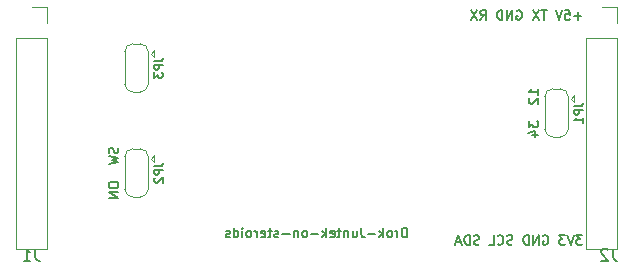
<source format=gbo>
G04 #@! TF.GenerationSoftware,KiCad,Pcbnew,(5.1.6-0-10_14)*
G04 #@! TF.CreationDate,2021-03-21T15:45:56+00:00*
G04 #@! TF.ProjectId,JuntetOnSteroidsTTGO,4a756e74-6574-44f6-9e53-7465726f6964,0.3*
G04 #@! TF.SameCoordinates,PX5faea10PY5734380*
G04 #@! TF.FileFunction,Legend,Bot*
G04 #@! TF.FilePolarity,Positive*
%FSLAX46Y46*%
G04 Gerber Fmt 4.6, Leading zero omitted, Abs format (unit mm)*
G04 Created by KiCad (PCBNEW (5.1.6-0-10_14)) date 2021-03-21 15:45:56*
%MOMM*%
%LPD*%
G01*
G04 APERTURE LIST*
%ADD10C,0.150000*%
%ADD11C,0.120000*%
G04 APERTURE END LIST*
D10*
X46081904Y17398810D02*
X46081904Y17855953D01*
X46081904Y17627381D02*
X45281904Y17627381D01*
X45396190Y17703572D01*
X45472380Y17779762D01*
X45510476Y17855953D01*
X45358095Y17094048D02*
X45320000Y17055953D01*
X45281904Y16979762D01*
X45281904Y16789286D01*
X45320000Y16713096D01*
X45358095Y16675000D01*
X45434285Y16636905D01*
X45510476Y16636905D01*
X45624761Y16675000D01*
X46081904Y17132143D01*
X46081904Y16636905D01*
X45281904Y15151191D02*
X45281904Y14655953D01*
X45586666Y14922620D01*
X45586666Y14808334D01*
X45624761Y14732143D01*
X45662857Y14694048D01*
X45739047Y14655953D01*
X45929523Y14655953D01*
X46005714Y14694048D01*
X46043809Y14732143D01*
X46081904Y14808334D01*
X46081904Y15036905D01*
X46043809Y15113096D01*
X46005714Y15151191D01*
X45548571Y13970239D02*
X46081904Y13970239D01*
X45243809Y14160715D02*
X45815238Y14351191D01*
X45815238Y13855953D01*
X10483809Y12928334D02*
X10521904Y12814048D01*
X10521904Y12623572D01*
X10483809Y12547381D01*
X10445714Y12509286D01*
X10369523Y12471191D01*
X10293333Y12471191D01*
X10217142Y12509286D01*
X10179047Y12547381D01*
X10140952Y12623572D01*
X10102857Y12775953D01*
X10064761Y12852143D01*
X10026666Y12890239D01*
X9950476Y12928334D01*
X9874285Y12928334D01*
X9798095Y12890239D01*
X9760000Y12852143D01*
X9721904Y12775953D01*
X9721904Y12585477D01*
X9760000Y12471191D01*
X9721904Y12204524D02*
X10521904Y12014048D01*
X9950476Y11861667D01*
X10521904Y11709286D01*
X9721904Y11518810D01*
X9721904Y9842620D02*
X9721904Y9690239D01*
X9760000Y9614048D01*
X9836190Y9537858D01*
X9988571Y9499762D01*
X10255238Y9499762D01*
X10407619Y9537858D01*
X10483809Y9614048D01*
X10521904Y9690239D01*
X10521904Y9842620D01*
X10483809Y9918810D01*
X10407619Y9995000D01*
X10255238Y10033096D01*
X9988571Y10033096D01*
X9836190Y9995000D01*
X9760000Y9918810D01*
X9721904Y9842620D01*
X10521904Y9156905D02*
X9721904Y9156905D01*
X10521904Y8699762D01*
X9721904Y8699762D01*
X49802380Y5518096D02*
X49307142Y5518096D01*
X49573809Y5213334D01*
X49459523Y5213334D01*
X49383333Y5175239D01*
X49345238Y5137143D01*
X49307142Y5060953D01*
X49307142Y4870477D01*
X49345238Y4794286D01*
X49383333Y4756191D01*
X49459523Y4718096D01*
X49688095Y4718096D01*
X49764285Y4756191D01*
X49802380Y4794286D01*
X49078571Y5518096D02*
X48811904Y4718096D01*
X48545238Y5518096D01*
X48354761Y5518096D02*
X47859523Y5518096D01*
X48126190Y5213334D01*
X48011904Y5213334D01*
X47935714Y5175239D01*
X47897619Y5137143D01*
X47859523Y5060953D01*
X47859523Y4870477D01*
X47897619Y4794286D01*
X47935714Y4756191D01*
X48011904Y4718096D01*
X48240476Y4718096D01*
X48316666Y4756191D01*
X48354761Y4794286D01*
X46488095Y5480000D02*
X46564285Y5518096D01*
X46678571Y5518096D01*
X46792857Y5480000D01*
X46869047Y5403810D01*
X46907142Y5327620D01*
X46945238Y5175239D01*
X46945238Y5060953D01*
X46907142Y4908572D01*
X46869047Y4832381D01*
X46792857Y4756191D01*
X46678571Y4718096D01*
X46602380Y4718096D01*
X46488095Y4756191D01*
X46450000Y4794286D01*
X46450000Y5060953D01*
X46602380Y5060953D01*
X46107142Y4718096D02*
X46107142Y5518096D01*
X45650000Y4718096D01*
X45650000Y5518096D01*
X45269047Y4718096D02*
X45269047Y5518096D01*
X45078571Y5518096D01*
X44964285Y5480000D01*
X44888095Y5403810D01*
X44850000Y5327620D01*
X44811904Y5175239D01*
X44811904Y5060953D01*
X44850000Y4908572D01*
X44888095Y4832381D01*
X44964285Y4756191D01*
X45078571Y4718096D01*
X45269047Y4718096D01*
X43897619Y4756191D02*
X43783333Y4718096D01*
X43592857Y4718096D01*
X43516666Y4756191D01*
X43478571Y4794286D01*
X43440476Y4870477D01*
X43440476Y4946667D01*
X43478571Y5022858D01*
X43516666Y5060953D01*
X43592857Y5099048D01*
X43745238Y5137143D01*
X43821428Y5175239D01*
X43859523Y5213334D01*
X43897619Y5289524D01*
X43897619Y5365715D01*
X43859523Y5441905D01*
X43821428Y5480000D01*
X43745238Y5518096D01*
X43554761Y5518096D01*
X43440476Y5480000D01*
X42640476Y4794286D02*
X42678571Y4756191D01*
X42792857Y4718096D01*
X42869047Y4718096D01*
X42983333Y4756191D01*
X43059523Y4832381D01*
X43097619Y4908572D01*
X43135714Y5060953D01*
X43135714Y5175239D01*
X43097619Y5327620D01*
X43059523Y5403810D01*
X42983333Y5480000D01*
X42869047Y5518096D01*
X42792857Y5518096D01*
X42678571Y5480000D01*
X42640476Y5441905D01*
X41916666Y4718096D02*
X42297619Y4718096D01*
X42297619Y5518096D01*
X41078571Y4756191D02*
X40964285Y4718096D01*
X40773809Y4718096D01*
X40697619Y4756191D01*
X40659523Y4794286D01*
X40621428Y4870477D01*
X40621428Y4946667D01*
X40659523Y5022858D01*
X40697619Y5060953D01*
X40773809Y5099048D01*
X40926190Y5137143D01*
X41002380Y5175239D01*
X41040476Y5213334D01*
X41078571Y5289524D01*
X41078571Y5365715D01*
X41040476Y5441905D01*
X41002380Y5480000D01*
X40926190Y5518096D01*
X40735714Y5518096D01*
X40621428Y5480000D01*
X40278571Y4718096D02*
X40278571Y5518096D01*
X40088095Y5518096D01*
X39973809Y5480000D01*
X39897619Y5403810D01*
X39859523Y5327620D01*
X39821428Y5175239D01*
X39821428Y5060953D01*
X39859523Y4908572D01*
X39897619Y4832381D01*
X39973809Y4756191D01*
X40088095Y4718096D01*
X40278571Y4718096D01*
X39516666Y4946667D02*
X39135714Y4946667D01*
X39592857Y4718096D02*
X39326190Y5518096D01*
X39059523Y4718096D01*
X49713571Y24072858D02*
X49104047Y24072858D01*
X49408809Y23768096D02*
X49408809Y24377620D01*
X48342142Y24568096D02*
X48723095Y24568096D01*
X48761190Y24187143D01*
X48723095Y24225239D01*
X48646904Y24263334D01*
X48456428Y24263334D01*
X48380238Y24225239D01*
X48342142Y24187143D01*
X48304047Y24110953D01*
X48304047Y23920477D01*
X48342142Y23844286D01*
X48380238Y23806191D01*
X48456428Y23768096D01*
X48646904Y23768096D01*
X48723095Y23806191D01*
X48761190Y23844286D01*
X48075476Y24568096D02*
X47808809Y23768096D01*
X47542142Y24568096D01*
X46780238Y24568096D02*
X46323095Y24568096D01*
X46551666Y23768096D02*
X46551666Y24568096D01*
X46132619Y24568096D02*
X45599285Y23768096D01*
X45599285Y24568096D02*
X46132619Y23768096D01*
X44265952Y24530000D02*
X44342142Y24568096D01*
X44456428Y24568096D01*
X44570714Y24530000D01*
X44646904Y24453810D01*
X44685000Y24377620D01*
X44723095Y24225239D01*
X44723095Y24110953D01*
X44685000Y23958572D01*
X44646904Y23882381D01*
X44570714Y23806191D01*
X44456428Y23768096D01*
X44380238Y23768096D01*
X44265952Y23806191D01*
X44227857Y23844286D01*
X44227857Y24110953D01*
X44380238Y24110953D01*
X43885000Y23768096D02*
X43885000Y24568096D01*
X43427857Y23768096D01*
X43427857Y24568096D01*
X43046904Y23768096D02*
X43046904Y24568096D01*
X42856428Y24568096D01*
X42742142Y24530000D01*
X42665952Y24453810D01*
X42627857Y24377620D01*
X42589761Y24225239D01*
X42589761Y24110953D01*
X42627857Y23958572D01*
X42665952Y23882381D01*
X42742142Y23806191D01*
X42856428Y23768096D01*
X43046904Y23768096D01*
X41180238Y23768096D02*
X41446904Y24149048D01*
X41637380Y23768096D02*
X41637380Y24568096D01*
X41332619Y24568096D01*
X41256428Y24530000D01*
X41218333Y24491905D01*
X41180238Y24415715D01*
X41180238Y24301429D01*
X41218333Y24225239D01*
X41256428Y24187143D01*
X41332619Y24149048D01*
X41637380Y24149048D01*
X40913571Y24568096D02*
X40380238Y23768096D01*
X40380238Y24568096D02*
X40913571Y23768096D01*
X34962142Y5353096D02*
X34962142Y6153096D01*
X34771666Y6153096D01*
X34657380Y6115000D01*
X34581190Y6038810D01*
X34543095Y5962620D01*
X34505000Y5810239D01*
X34505000Y5695953D01*
X34543095Y5543572D01*
X34581190Y5467381D01*
X34657380Y5391191D01*
X34771666Y5353096D01*
X34962142Y5353096D01*
X34162142Y5353096D02*
X34162142Y5886429D01*
X34162142Y5734048D02*
X34124047Y5810239D01*
X34085952Y5848334D01*
X34009761Y5886429D01*
X33933571Y5886429D01*
X33552619Y5353096D02*
X33628809Y5391191D01*
X33666904Y5429286D01*
X33705000Y5505477D01*
X33705000Y5734048D01*
X33666904Y5810239D01*
X33628809Y5848334D01*
X33552619Y5886429D01*
X33438333Y5886429D01*
X33362142Y5848334D01*
X33324047Y5810239D01*
X33285952Y5734048D01*
X33285952Y5505477D01*
X33324047Y5429286D01*
X33362142Y5391191D01*
X33438333Y5353096D01*
X33552619Y5353096D01*
X32943095Y5353096D02*
X32943095Y6153096D01*
X32866904Y5657858D02*
X32638333Y5353096D01*
X32638333Y5886429D02*
X32943095Y5581667D01*
X32295476Y5657858D02*
X31685952Y5657858D01*
X31076428Y6153096D02*
X31076428Y5581667D01*
X31114523Y5467381D01*
X31190714Y5391191D01*
X31305000Y5353096D01*
X31381190Y5353096D01*
X30352619Y5886429D02*
X30352619Y5353096D01*
X30695476Y5886429D02*
X30695476Y5467381D01*
X30657380Y5391191D01*
X30581190Y5353096D01*
X30466904Y5353096D01*
X30390714Y5391191D01*
X30352619Y5429286D01*
X29971666Y5886429D02*
X29971666Y5353096D01*
X29971666Y5810239D02*
X29933571Y5848334D01*
X29857380Y5886429D01*
X29743095Y5886429D01*
X29666904Y5848334D01*
X29628809Y5772143D01*
X29628809Y5353096D01*
X29362142Y5886429D02*
X29057380Y5886429D01*
X29247857Y6153096D02*
X29247857Y5467381D01*
X29209761Y5391191D01*
X29133571Y5353096D01*
X29057380Y5353096D01*
X28485952Y5391191D02*
X28562142Y5353096D01*
X28714523Y5353096D01*
X28790714Y5391191D01*
X28828809Y5467381D01*
X28828809Y5772143D01*
X28790714Y5848334D01*
X28714523Y5886429D01*
X28562142Y5886429D01*
X28485952Y5848334D01*
X28447857Y5772143D01*
X28447857Y5695953D01*
X28828809Y5619762D01*
X28105000Y5353096D02*
X28105000Y6153096D01*
X28028809Y5657858D02*
X27800238Y5353096D01*
X27800238Y5886429D02*
X28105000Y5581667D01*
X27457380Y5657858D02*
X26847857Y5657858D01*
X26352619Y5353096D02*
X26428809Y5391191D01*
X26466904Y5429286D01*
X26505000Y5505477D01*
X26505000Y5734048D01*
X26466904Y5810239D01*
X26428809Y5848334D01*
X26352619Y5886429D01*
X26238333Y5886429D01*
X26162142Y5848334D01*
X26124047Y5810239D01*
X26085952Y5734048D01*
X26085952Y5505477D01*
X26124047Y5429286D01*
X26162142Y5391191D01*
X26238333Y5353096D01*
X26352619Y5353096D01*
X25743095Y5886429D02*
X25743095Y5353096D01*
X25743095Y5810239D02*
X25705000Y5848334D01*
X25628809Y5886429D01*
X25514523Y5886429D01*
X25438333Y5848334D01*
X25400238Y5772143D01*
X25400238Y5353096D01*
X25019285Y5657858D02*
X24409761Y5657858D01*
X24066904Y5391191D02*
X23990714Y5353096D01*
X23838333Y5353096D01*
X23762142Y5391191D01*
X23724047Y5467381D01*
X23724047Y5505477D01*
X23762142Y5581667D01*
X23838333Y5619762D01*
X23952619Y5619762D01*
X24028809Y5657858D01*
X24066904Y5734048D01*
X24066904Y5772143D01*
X24028809Y5848334D01*
X23952619Y5886429D01*
X23838333Y5886429D01*
X23762142Y5848334D01*
X23495476Y5886429D02*
X23190714Y5886429D01*
X23381190Y6153096D02*
X23381190Y5467381D01*
X23343095Y5391191D01*
X23266904Y5353096D01*
X23190714Y5353096D01*
X22619285Y5391191D02*
X22695476Y5353096D01*
X22847857Y5353096D01*
X22924047Y5391191D01*
X22962142Y5467381D01*
X22962142Y5772143D01*
X22924047Y5848334D01*
X22847857Y5886429D01*
X22695476Y5886429D01*
X22619285Y5848334D01*
X22581190Y5772143D01*
X22581190Y5695953D01*
X22962142Y5619762D01*
X22238333Y5353096D02*
X22238333Y5886429D01*
X22238333Y5734048D02*
X22200238Y5810239D01*
X22162142Y5848334D01*
X22085952Y5886429D01*
X22009761Y5886429D01*
X21628809Y5353096D02*
X21705000Y5391191D01*
X21743095Y5429286D01*
X21781190Y5505477D01*
X21781190Y5734048D01*
X21743095Y5810239D01*
X21705000Y5848334D01*
X21628809Y5886429D01*
X21514523Y5886429D01*
X21438333Y5848334D01*
X21400238Y5810239D01*
X21362142Y5734048D01*
X21362142Y5505477D01*
X21400238Y5429286D01*
X21438333Y5391191D01*
X21514523Y5353096D01*
X21628809Y5353096D01*
X21019285Y5353096D02*
X21019285Y5886429D01*
X21019285Y6153096D02*
X21057380Y6115000D01*
X21019285Y6076905D01*
X20981190Y6115000D01*
X21019285Y6153096D01*
X21019285Y6076905D01*
X20295476Y5353096D02*
X20295476Y6153096D01*
X20295476Y5391191D02*
X20371666Y5353096D01*
X20524047Y5353096D01*
X20600238Y5391191D01*
X20638333Y5429286D01*
X20676428Y5505477D01*
X20676428Y5734048D01*
X20638333Y5810239D01*
X20600238Y5848334D01*
X20524047Y5886429D01*
X20371666Y5886429D01*
X20295476Y5848334D01*
X19952619Y5391191D02*
X19876428Y5353096D01*
X19724047Y5353096D01*
X19647857Y5391191D01*
X19609761Y5467381D01*
X19609761Y5505477D01*
X19647857Y5581667D01*
X19724047Y5619762D01*
X19838333Y5619762D01*
X19914523Y5657858D01*
X19952619Y5734048D01*
X19952619Y5772143D01*
X19914523Y5848334D01*
X19838333Y5886429D01*
X19724047Y5886429D01*
X19647857Y5848334D01*
D11*
G04 #@! TO.C,JP3*
X11065000Y21085000D02*
X11065000Y18285000D01*
X11765000Y17635000D02*
X12365000Y17635000D01*
X13065000Y18285000D02*
X13065000Y21085000D01*
X12365000Y21735000D02*
X11765000Y21735000D01*
X13265000Y20885000D02*
X13565000Y21185000D01*
X13565000Y21185000D02*
X13565000Y20585000D01*
X13265000Y20885000D02*
X13565000Y20585000D01*
X11765000Y21735000D02*
G75*
G03*
X11065000Y21035000I0J-700000D01*
G01*
X13065000Y21035000D02*
G75*
G03*
X12365000Y21735000I-700000J0D01*
G01*
X12365000Y17635000D02*
G75*
G03*
X13065000Y18335000I0J700000D01*
G01*
X11065000Y18335000D02*
G75*
G03*
X11765000Y17635000I700000J0D01*
G01*
G04 #@! TO.C,JP2*
X13265000Y11995000D02*
X13565000Y11695000D01*
X13565000Y12295000D02*
X13565000Y11695000D01*
X13265000Y11995000D02*
X13565000Y12295000D01*
X12365000Y12845000D02*
X11765000Y12845000D01*
X13065000Y9395000D02*
X13065000Y12195000D01*
X11765000Y8745000D02*
X12365000Y8745000D01*
X11065000Y12195000D02*
X11065000Y9395000D01*
X11765000Y12845000D02*
G75*
G03*
X11065000Y12145000I0J-700000D01*
G01*
X13065000Y12145000D02*
G75*
G03*
X12365000Y12845000I-700000J0D01*
G01*
X12365000Y8745000D02*
G75*
G03*
X13065000Y9445000I0J700000D01*
G01*
X11065000Y9445000D02*
G75*
G03*
X11765000Y8745000I700000J0D01*
G01*
G04 #@! TO.C,JP1*
X48825000Y17075000D02*
X49125000Y16775000D01*
X49125000Y17375000D02*
X49125000Y16775000D01*
X48825000Y17075000D02*
X49125000Y17375000D01*
X47925000Y17925000D02*
X47325000Y17925000D01*
X48625000Y14475000D02*
X48625000Y17275000D01*
X47325000Y13825000D02*
X47925000Y13825000D01*
X46625000Y17275000D02*
X46625000Y14475000D01*
X47325000Y17925000D02*
G75*
G03*
X46625000Y17225000I0J-700000D01*
G01*
X48625000Y17225000D02*
G75*
G03*
X47925000Y17925000I-700000J0D01*
G01*
X47925000Y13825000D02*
G75*
G03*
X48625000Y14525000I0J700000D01*
G01*
X46625000Y14525000D02*
G75*
G03*
X47325000Y13825000I700000J0D01*
G01*
G04 #@! TO.C,J2*
X52765000Y4385000D02*
X50105000Y4385000D01*
X52765000Y22225000D02*
X52765000Y4385000D01*
X50105000Y22225000D02*
X50105000Y4385000D01*
X52765000Y22225000D02*
X50105000Y22225000D01*
X52765000Y23495000D02*
X52765000Y24825000D01*
X52765000Y24825000D02*
X51435000Y24825000D01*
G04 #@! TO.C,J1*
X4505000Y4385000D02*
X1845000Y4385000D01*
X4505000Y22225000D02*
X4505000Y4385000D01*
X1845000Y22225000D02*
X1845000Y4385000D01*
X4505000Y22225000D02*
X1845000Y22225000D01*
X4505000Y23495000D02*
X4505000Y24825000D01*
X4505000Y24825000D02*
X3175000Y24825000D01*
G04 #@! TO.C,JP3*
D10*
X13586666Y20268334D02*
X14086666Y20268334D01*
X14186666Y20301667D01*
X14253333Y20368334D01*
X14286666Y20468334D01*
X14286666Y20535000D01*
X14286666Y19935000D02*
X13586666Y19935000D01*
X13586666Y19668334D01*
X13620000Y19601667D01*
X13653333Y19568334D01*
X13720000Y19535000D01*
X13820000Y19535000D01*
X13886666Y19568334D01*
X13920000Y19601667D01*
X13953333Y19668334D01*
X13953333Y19935000D01*
X13586666Y19301667D02*
X13586666Y18868334D01*
X13853333Y19101667D01*
X13853333Y19001667D01*
X13886666Y18935000D01*
X13920000Y18901667D01*
X13986666Y18868334D01*
X14153333Y18868334D01*
X14220000Y18901667D01*
X14253333Y18935000D01*
X14286666Y19001667D01*
X14286666Y19201667D01*
X14253333Y19268334D01*
X14220000Y19301667D01*
G04 #@! TO.C,JP2*
X13586666Y11378334D02*
X14086666Y11378334D01*
X14186666Y11411667D01*
X14253333Y11478334D01*
X14286666Y11578334D01*
X14286666Y11645000D01*
X14286666Y11045000D02*
X13586666Y11045000D01*
X13586666Y10778334D01*
X13620000Y10711667D01*
X13653333Y10678334D01*
X13720000Y10645000D01*
X13820000Y10645000D01*
X13886666Y10678334D01*
X13920000Y10711667D01*
X13953333Y10778334D01*
X13953333Y11045000D01*
X13653333Y10378334D02*
X13620000Y10345000D01*
X13586666Y10278334D01*
X13586666Y10111667D01*
X13620000Y10045000D01*
X13653333Y10011667D01*
X13720000Y9978334D01*
X13786666Y9978334D01*
X13886666Y10011667D01*
X14286666Y10411667D01*
X14286666Y9978334D01*
G04 #@! TO.C,JP1*
X49146666Y16458334D02*
X49646666Y16458334D01*
X49746666Y16491667D01*
X49813333Y16558334D01*
X49846666Y16658334D01*
X49846666Y16725000D01*
X49846666Y16125000D02*
X49146666Y16125000D01*
X49146666Y15858334D01*
X49180000Y15791667D01*
X49213333Y15758334D01*
X49280000Y15725000D01*
X49380000Y15725000D01*
X49446666Y15758334D01*
X49480000Y15791667D01*
X49513333Y15858334D01*
X49513333Y16125000D01*
X49846666Y15058334D02*
X49846666Y15458334D01*
X49846666Y15258334D02*
X49146666Y15258334D01*
X49246666Y15325000D01*
X49313333Y15391667D01*
X49346666Y15458334D01*
G04 #@! TO.C,J2*
X52403333Y4357620D02*
X52403333Y3643334D01*
X52450952Y3500477D01*
X52546190Y3405239D01*
X52689047Y3357620D01*
X52784285Y3357620D01*
X51974761Y4262381D02*
X51927142Y4310000D01*
X51831904Y4357620D01*
X51593809Y4357620D01*
X51498571Y4310000D01*
X51450952Y4262381D01*
X51403333Y4167143D01*
X51403333Y4071905D01*
X51450952Y3929048D01*
X52022380Y3357620D01*
X51403333Y3357620D01*
G04 #@! TO.C,J1*
X3508333Y4357620D02*
X3508333Y3643334D01*
X3555952Y3500477D01*
X3651190Y3405239D01*
X3794047Y3357620D01*
X3889285Y3357620D01*
X2508333Y3357620D02*
X3079761Y3357620D01*
X2794047Y3357620D02*
X2794047Y4357620D01*
X2889285Y4214762D01*
X2984523Y4119524D01*
X3079761Y4071905D01*
G04 #@! TD*
M02*

</source>
